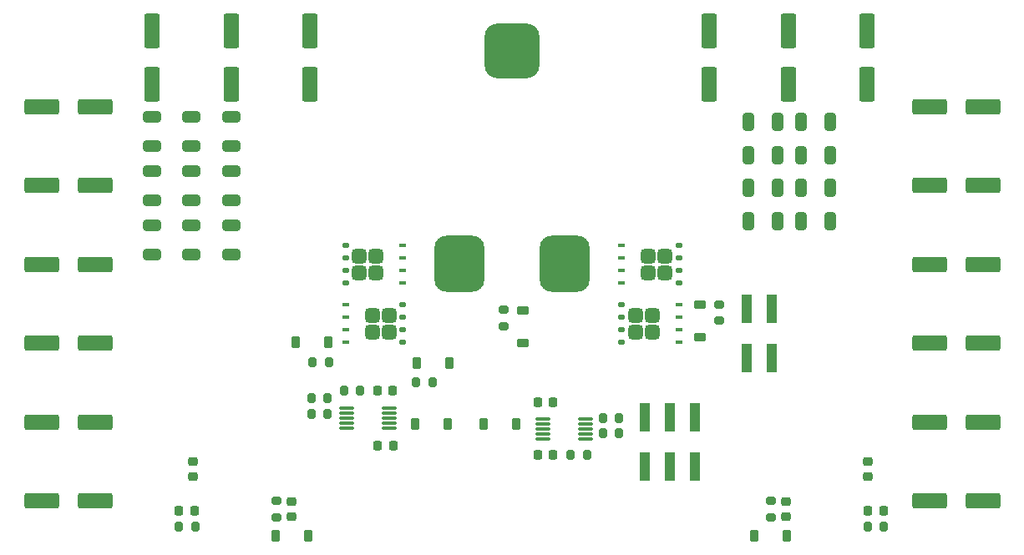
<source format=gbr>
%TF.GenerationSoftware,KiCad,Pcbnew,8.0.2*%
%TF.CreationDate,2024-06-09T17:22:24+08:00*%
%TF.ProjectId,MW_Buck_Boost_PB,4d575f42-7563-46b5-9f42-6f6f73745f50,rev?*%
%TF.SameCoordinates,Original*%
%TF.FileFunction,Paste,Top*%
%TF.FilePolarity,Positive*%
%FSLAX46Y46*%
G04 Gerber Fmt 4.6, Leading zero omitted, Abs format (unit mm)*
G04 Created by KiCad (PCBNEW 8.0.2) date 2024-06-09 17:22:24*
%MOMM*%
%LPD*%
G01*
G04 APERTURE LIST*
G04 Aperture macros list*
%AMRoundRect*
0 Rectangle with rounded corners*
0 $1 Rounding radius*
0 $2 $3 $4 $5 $6 $7 $8 $9 X,Y pos of 4 corners*
0 Add a 4 corners polygon primitive as box body*
4,1,4,$2,$3,$4,$5,$6,$7,$8,$9,$2,$3,0*
0 Add four circle primitives for the rounded corners*
1,1,$1+$1,$2,$3*
1,1,$1+$1,$4,$5*
1,1,$1+$1,$6,$7*
1,1,$1+$1,$8,$9*
0 Add four rect primitives between the rounded corners*
20,1,$1+$1,$2,$3,$4,$5,0*
20,1,$1+$1,$4,$5,$6,$7,0*
20,1,$1+$1,$6,$7,$8,$9,0*
20,1,$1+$1,$8,$9,$2,$3,0*%
G04 Aperture macros list end*
%ADD10RoundRect,0.035000X-0.700000X-0.105000X0.700000X-0.105000X0.700000X0.105000X-0.700000X0.105000X0*%
%ADD11RoundRect,0.035000X0.700000X0.105000X-0.700000X0.105000X-0.700000X-0.105000X0.700000X-0.105000X0*%
%ADD12RoundRect,0.225000X-0.225000X-0.375000X0.225000X-0.375000X0.225000X0.375000X-0.225000X0.375000X0*%
%ADD13RoundRect,0.225000X0.225000X0.250000X-0.225000X0.250000X-0.225000X-0.250000X0.225000X-0.250000X0*%
%ADD14RoundRect,0.218750X0.218750X0.256250X-0.218750X0.256250X-0.218750X-0.256250X0.218750X-0.256250X0*%
%ADD15RoundRect,0.225000X0.250000X-0.225000X0.250000X0.225000X-0.250000X0.225000X-0.250000X-0.225000X0*%
%ADD16RoundRect,0.200000X0.200000X0.275000X-0.200000X0.275000X-0.200000X-0.275000X0.200000X-0.275000X0*%
%ADD17RoundRect,0.250000X1.500000X0.550000X-1.500000X0.550000X-1.500000X-0.550000X1.500000X-0.550000X0*%
%ADD18RoundRect,0.250000X-1.500000X-0.550000X1.500000X-0.550000X1.500000X0.550000X-1.500000X0.550000X0*%
%ADD19RoundRect,0.225000X0.225000X0.375000X-0.225000X0.375000X-0.225000X-0.375000X0.225000X-0.375000X0*%
%ADD20RoundRect,0.250000X0.325000X0.650000X-0.325000X0.650000X-0.325000X-0.650000X0.325000X-0.650000X0*%
%ADD21RoundRect,0.375000X0.375000X0.375000X-0.375000X0.375000X-0.375000X-0.375000X0.375000X-0.375000X0*%
%ADD22RoundRect,0.125000X0.250000X0.125000X-0.250000X0.125000X-0.250000X-0.125000X0.250000X-0.125000X0*%
%ADD23RoundRect,0.100000X0.275000X0.100000X-0.275000X0.100000X-0.275000X-0.100000X0.275000X-0.100000X0*%
%ADD24RoundRect,0.225000X-0.225000X-0.250000X0.225000X-0.250000X0.225000X0.250000X-0.225000X0.250000X0*%
%ADD25RoundRect,0.200000X-0.200000X-0.275000X0.200000X-0.275000X0.200000X0.275000X-0.200000X0.275000X0*%
%ADD26RoundRect,0.375000X-0.375000X-0.375000X0.375000X-0.375000X0.375000X0.375000X-0.375000X0.375000X0*%
%ADD27RoundRect,0.125000X-0.250000X-0.125000X0.250000X-0.125000X0.250000X0.125000X-0.250000X0.125000X0*%
%ADD28RoundRect,0.100000X-0.275000X-0.100000X0.275000X-0.100000X0.275000X0.100000X-0.275000X0.100000X0*%
%ADD29RoundRect,0.250000X0.550000X-1.500000X0.550000X1.500000X-0.550000X1.500000X-0.550000X-1.500000X0*%
%ADD30RoundRect,0.225000X0.375000X-0.225000X0.375000X0.225000X-0.375000X0.225000X-0.375000X-0.225000X0*%
%ADD31RoundRect,0.250000X-0.325000X-0.650000X0.325000X-0.650000X0.325000X0.650000X-0.325000X0.650000X0*%
%ADD32RoundRect,0.250000X-0.650000X0.325000X-0.650000X-0.325000X0.650000X-0.325000X0.650000X0.325000X0*%
%ADD33RoundRect,0.200000X-0.275000X0.200000X-0.275000X-0.200000X0.275000X-0.200000X0.275000X0.200000X0*%
%ADD34RoundRect,0.218750X-0.218750X-0.256250X0.218750X-0.256250X0.218750X0.256250X-0.218750X0.256250X0*%
%ADD35RoundRect,0.250000X0.650000X-0.325000X0.650000X0.325000X-0.650000X0.325000X-0.650000X-0.325000X0*%
%ADD36R,1.000000X3.000000*%
%ADD37RoundRect,1.397000X-1.397000X-1.397000X1.397000X-1.397000X1.397000X1.397000X-1.397000X1.397000X0*%
%ADD38RoundRect,1.270000X-1.270000X-1.587500X1.270000X-1.587500X1.270000X1.587500X-1.270000X1.587500X0*%
%ADD39RoundRect,0.200000X0.275000X-0.200000X0.275000X0.200000X-0.275000X0.200000X-0.275000X-0.200000X0*%
%ADD40RoundRect,0.225000X-0.375000X0.225000X-0.375000X-0.225000X0.375000X-0.225000X0.375000X0.225000X0*%
G04 APERTURE END LIST*
D10*
%TO.C,U2*%
X123847100Y-110005001D03*
X123847100Y-110505001D03*
X123847100Y-111005001D03*
X123847100Y-111505001D03*
X123847100Y-112005001D03*
X128147100Y-112005001D03*
X128147100Y-111505001D03*
X128147100Y-111005001D03*
X128147100Y-110505001D03*
X128147100Y-110005001D03*
%TD*%
D11*
%TO.C,U1*%
X108270000Y-110905000D03*
X108270000Y-110405000D03*
X108270000Y-109905000D03*
X108270000Y-109405000D03*
X108270000Y-108905000D03*
X103970000Y-108905000D03*
X103970000Y-109405000D03*
X103970000Y-109905000D03*
X103970000Y-110405000D03*
X103970000Y-110905000D03*
%TD*%
D12*
%TO.C,D10*%
X145275000Y-121825000D03*
X148575000Y-121825000D03*
%TD*%
D13*
%TO.C,C23*%
X124872100Y-113600001D03*
X123322100Y-113600001D03*
%TD*%
D14*
%TO.C,D4*%
X88537500Y-119293750D03*
X86962500Y-119293750D03*
%TD*%
D15*
%TO.C,C26*%
X148525000Y-119875000D03*
X148525000Y-118325000D03*
%TD*%
D16*
%TO.C,R2*%
X112675000Y-106275000D03*
X111025000Y-106275000D03*
%TD*%
%TO.C,R4*%
X105350000Y-107075000D03*
X103700000Y-107075000D03*
%TD*%
D17*
%TO.C,C16*%
X78450000Y-102275000D03*
X73050000Y-102275000D03*
%TD*%
%TO.C,C18*%
X78450000Y-86275000D03*
X73050000Y-86275000D03*
%TD*%
D18*
%TO.C,C39*%
X163050000Y-78275000D03*
X168450000Y-78275000D03*
%TD*%
D19*
%TO.C,D6*%
X121130000Y-110455000D03*
X117830000Y-110455000D03*
%TD*%
D20*
%TO.C,C27*%
X147650000Y-86550000D03*
X144700000Y-86550000D03*
%TD*%
D18*
%TO.C,C42*%
X163050000Y-94275000D03*
X168450000Y-94275000D03*
%TD*%
D21*
%TO.C,Q1*%
X106950000Y-95125000D03*
X106950000Y-93425000D03*
X105250000Y-95125000D03*
X105250000Y-93425000D03*
D22*
X103845000Y-96180000D03*
X103845000Y-94910000D03*
X103845000Y-93640000D03*
X103845000Y-92370000D03*
D23*
X109650000Y-96180000D03*
X109650000Y-94910000D03*
X109650000Y-93640000D03*
X109650000Y-92370000D03*
%TD*%
D24*
%TO.C,C5*%
X123322100Y-108275001D03*
X124872100Y-108275001D03*
%TD*%
D17*
%TO.C,C20*%
X78450000Y-78275000D03*
X73050000Y-78275000D03*
%TD*%
D25*
%TO.C,R12*%
X100388900Y-109425000D03*
X102038900Y-109425000D03*
%TD*%
D19*
%TO.C,D3*%
X114375000Y-104300000D03*
X111075000Y-104300000D03*
%TD*%
D20*
%TO.C,C28*%
X147650000Y-83200000D03*
X144700000Y-83200000D03*
%TD*%
D17*
%TO.C,C17*%
X78450000Y-94275000D03*
X73050000Y-94275000D03*
%TD*%
D26*
%TO.C,Q2*%
X106550000Y-99425000D03*
X106550000Y-101125000D03*
X108250000Y-99425000D03*
X108250000Y-101125000D03*
D27*
X109655000Y-98370000D03*
X109655000Y-99640000D03*
X109655000Y-100910000D03*
X109655000Y-102180000D03*
D28*
X103850000Y-98370000D03*
X103850000Y-99640000D03*
X103850000Y-100910000D03*
X103850000Y-102180000D03*
%TD*%
D16*
%TO.C,R14*%
X131600000Y-111425000D03*
X129950000Y-111425000D03*
%TD*%
D29*
%TO.C,C38*%
X140750000Y-75975000D03*
X140750000Y-70575000D03*
%TD*%
D18*
%TO.C,C36*%
X163050000Y-118275000D03*
X168450000Y-118275000D03*
%TD*%
D30*
%TO.C,D7*%
X139750000Y-101675000D03*
X139750000Y-98375000D03*
%TD*%
D25*
%TO.C,R13*%
X129950000Y-109850000D03*
X131600000Y-109850000D03*
%TD*%
D31*
%TO.C,C31*%
X150000000Y-79850000D03*
X152950000Y-79850000D03*
%TD*%
D17*
%TO.C,C15*%
X78450000Y-110275000D03*
X73050000Y-110275000D03*
%TD*%
D32*
%TO.C,C12*%
X92250000Y-90300000D03*
X92250000Y-93250000D03*
%TD*%
D18*
%TO.C,C43*%
X163050000Y-102275000D03*
X168450000Y-102275000D03*
%TD*%
D12*
%TO.C,D1*%
X110890000Y-110435000D03*
X114190000Y-110435000D03*
%TD*%
D18*
%TO.C,C44*%
X163050000Y-110275000D03*
X168450000Y-110275000D03*
%TD*%
D33*
%TO.C,R8*%
X119900000Y-98900000D03*
X119900000Y-100550000D03*
%TD*%
D34*
%TO.C,D9*%
X156812500Y-119250000D03*
X158387500Y-119250000D03*
%TD*%
D24*
%TO.C,C6*%
X107100000Y-107075000D03*
X108650000Y-107075000D03*
%TD*%
D32*
%TO.C,C9*%
X84250000Y-79300000D03*
X84250000Y-82250000D03*
%TD*%
%TO.C,C4*%
X84250000Y-90300000D03*
X84250000Y-93250000D03*
%TD*%
D16*
%TO.C,R5*%
X88600000Y-120893750D03*
X86950000Y-120893750D03*
%TD*%
D29*
%TO.C,C46*%
X156750000Y-75975000D03*
X156750000Y-70575000D03*
%TD*%
D35*
%TO.C,C11*%
X92250000Y-87750000D03*
X92250000Y-84800000D03*
%TD*%
D31*
%TO.C,C34*%
X150000000Y-89900000D03*
X152950000Y-89900000D03*
%TD*%
D36*
%TO.C,J2*%
X139290000Y-114795000D03*
X139290000Y-109755000D03*
X136750000Y-114795000D03*
X136750000Y-109755000D03*
X134210000Y-114795000D03*
X134210000Y-109755000D03*
%TD*%
%TO.C,J1*%
X144480000Y-98755000D03*
X144480000Y-103795000D03*
X147020000Y-98755000D03*
X147020000Y-103795000D03*
%TD*%
D20*
%TO.C,C30*%
X147650000Y-89900000D03*
X144700000Y-89900000D03*
%TD*%
D29*
%TO.C,C24*%
X84250000Y-75975000D03*
X84250000Y-70575000D03*
%TD*%
D37*
%TO.C,L1*%
X120750000Y-72655000D03*
D38*
X115416000Y-94245000D03*
X126084000Y-94245000D03*
%TD*%
D35*
%TO.C,C3*%
X84250000Y-87750000D03*
X84250000Y-84800000D03*
%TD*%
D18*
%TO.C,C40*%
X163050000Y-86275000D03*
X168450000Y-86275000D03*
%TD*%
D31*
%TO.C,C33*%
X150000000Y-86550000D03*
X152950000Y-86550000D03*
%TD*%
D21*
%TO.C,Q4*%
X134950000Y-101125000D03*
X134950000Y-99425000D03*
X133250000Y-101125000D03*
X133250000Y-99425000D03*
D22*
X131845000Y-102180000D03*
X131845000Y-100910000D03*
X131845000Y-99640000D03*
X131845000Y-98370000D03*
D23*
X137650000Y-102180000D03*
X137650000Y-100910000D03*
X137650000Y-99640000D03*
X137650000Y-98370000D03*
%TD*%
D29*
%TO.C,C25*%
X100250000Y-75975000D03*
X100250000Y-70575000D03*
%TD*%
D17*
%TO.C,C13*%
X78450000Y-118275000D03*
X73050000Y-118275000D03*
%TD*%
D25*
%TO.C,R11*%
X126672100Y-113600001D03*
X128322100Y-113600001D03*
%TD*%
D39*
%TO.C,R7*%
X141700000Y-99975000D03*
X141700000Y-98325000D03*
%TD*%
D25*
%TO.C,R10*%
X156770000Y-120890000D03*
X158420000Y-120890000D03*
%TD*%
D32*
%TO.C,C7*%
X92250000Y-79300000D03*
X92250000Y-82250000D03*
%TD*%
%TO.C,C8*%
X88250000Y-79300000D03*
X88250000Y-82250000D03*
%TD*%
%TO.C,C1*%
X88250000Y-90300000D03*
X88250000Y-93250000D03*
%TD*%
D33*
%TO.C,R3*%
X96825000Y-118275000D03*
X96825000Y-119925000D03*
%TD*%
D15*
%TO.C,C14*%
X98375000Y-119875000D03*
X98375000Y-118325000D03*
%TD*%
%TO.C,C2*%
X156825000Y-115800000D03*
X156825000Y-114250000D03*
%TD*%
D35*
%TO.C,C10*%
X88250000Y-87750000D03*
X88250000Y-84800000D03*
%TD*%
D16*
%TO.C,R6*%
X102038900Y-107825000D03*
X100388900Y-107825000D03*
%TD*%
D31*
%TO.C,C32*%
X150000000Y-83200000D03*
X152950000Y-83200000D03*
%TD*%
D20*
%TO.C,C29*%
X147650000Y-79850000D03*
X144700000Y-79850000D03*
%TD*%
D12*
%TO.C,D2*%
X98825000Y-102175000D03*
X102125000Y-102175000D03*
%TD*%
D29*
%TO.C,C22*%
X92250000Y-75975000D03*
X92250000Y-70575000D03*
%TD*%
%TO.C,C35*%
X148750000Y-75975000D03*
X148750000Y-70575000D03*
%TD*%
D19*
%TO.C,D5*%
X100100000Y-121825000D03*
X96800000Y-121825000D03*
%TD*%
D26*
%TO.C,Q3*%
X134550000Y-93425000D03*
X134550000Y-95125000D03*
X136250000Y-93425000D03*
X136250000Y-95125000D03*
D27*
X137655000Y-92370000D03*
X137655000Y-93640000D03*
X137655000Y-94910000D03*
X137655000Y-96180000D03*
D28*
X131850000Y-92370000D03*
X131850000Y-93640000D03*
X131850000Y-94910000D03*
X131850000Y-96180000D03*
%TD*%
D40*
%TO.C,D8*%
X121850000Y-98950000D03*
X121850000Y-102250000D03*
%TD*%
D33*
%TO.C,R9*%
X146975000Y-118275000D03*
X146975000Y-119925000D03*
%TD*%
D25*
%TO.C,R1*%
X100525000Y-104175000D03*
X102175000Y-104175000D03*
%TD*%
D15*
%TO.C,C21*%
X88375000Y-115825000D03*
X88375000Y-114275000D03*
%TD*%
D13*
%TO.C,C19*%
X108663900Y-112650000D03*
X107113900Y-112650000D03*
%TD*%
M02*

</source>
